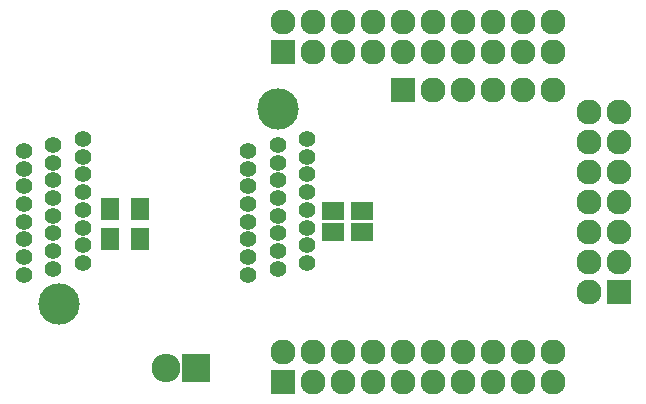
<source format=gbs>
G04 #@! TF.FileFunction,Soldermask,Bot*
%FSLAX46Y46*%
G04 Gerber Fmt 4.6, Leading zero omitted, Abs format (unit mm)*
G04 Created by KiCad (PCBNEW 4.0.6) date 08/06/17 17:06:55*
%MOMM*%
%LPD*%
G01*
G04 APERTURE LIST*
%ADD10C,0.100000*%
%ADD11C,1.400000*%
%ADD12C,3.500000*%
%ADD13R,2.127200X2.127200*%
%ADD14O,2.127200X2.127200*%
%ADD15R,2.432000X2.432000*%
%ADD16O,2.432000X2.432000*%
%ADD17R,1.650000X1.900000*%
%ADD18R,1.900000X1.650000*%
G04 APERTURE END LIST*
D10*
D11*
X140440000Y-100470000D03*
X142940000Y-99970000D03*
X145440000Y-99470000D03*
X140440000Y-98970000D03*
X142940000Y-98470000D03*
X145440000Y-97970000D03*
X140440000Y-97470000D03*
X142940000Y-96970000D03*
X145440000Y-96470000D03*
X140440000Y-95970000D03*
X142940000Y-95470000D03*
X145440000Y-94970000D03*
X140440000Y-94470000D03*
X142940000Y-93970000D03*
X145440000Y-93470000D03*
X140440000Y-92970000D03*
X142940000Y-92470000D03*
X145440000Y-91970000D03*
X140440000Y-91470000D03*
X142940000Y-90970000D03*
X145440000Y-90470000D03*
X140440000Y-89970000D03*
X142940000Y-89470000D03*
X145440000Y-88970000D03*
X126440000Y-88970000D03*
X123940000Y-89470000D03*
X121440000Y-89970000D03*
X126440000Y-90470000D03*
X123940000Y-90970000D03*
X121440000Y-91470000D03*
X126440000Y-91970000D03*
X123940000Y-92470000D03*
X121440000Y-92970000D03*
X126440000Y-93470000D03*
X123940000Y-93970000D03*
X121440000Y-94470000D03*
X126440000Y-94970000D03*
X123940000Y-95470000D03*
X121440000Y-95970000D03*
X126440000Y-96470000D03*
X123940000Y-96970000D03*
X121440000Y-97470000D03*
X126440000Y-97970000D03*
X123940000Y-98470000D03*
X121440000Y-98970000D03*
X126440000Y-99470000D03*
X123940000Y-99970000D03*
X121440000Y-100470000D03*
D12*
X124440000Y-102970000D03*
X142940000Y-86470000D03*
D13*
X143361000Y-109528000D03*
D14*
X143361000Y-106988000D03*
X145901000Y-109528000D03*
X145901000Y-106988000D03*
X148441000Y-109528000D03*
X148441000Y-106988000D03*
X150981000Y-109528000D03*
X150981000Y-106988000D03*
X153521000Y-109528000D03*
X153521000Y-106988000D03*
X156061000Y-109528000D03*
X156061000Y-106988000D03*
X158601000Y-109528000D03*
X158601000Y-106988000D03*
X161141000Y-109528000D03*
X161141000Y-106988000D03*
X163681000Y-109528000D03*
X163681000Y-106988000D03*
X166221000Y-109528000D03*
X166221000Y-106988000D03*
D13*
X171809000Y-101908000D03*
D14*
X169269000Y-101908000D03*
X171809000Y-99368000D03*
X169269000Y-99368000D03*
X171809000Y-96828000D03*
X169269000Y-96828000D03*
X171809000Y-94288000D03*
X169269000Y-94288000D03*
X171809000Y-91748000D03*
X169269000Y-91748000D03*
X171809000Y-89208000D03*
X169269000Y-89208000D03*
X171809000Y-86668000D03*
X169269000Y-86668000D03*
D13*
X153521000Y-84826500D03*
D14*
X156061000Y-84826500D03*
X158601000Y-84826500D03*
X161141000Y-84826500D03*
X163681000Y-84826500D03*
X166221000Y-84826500D03*
D13*
X143361000Y-81588000D03*
D14*
X143361000Y-79048000D03*
X145901000Y-81588000D03*
X145901000Y-79048000D03*
X148441000Y-81588000D03*
X148441000Y-79048000D03*
X150981000Y-81588000D03*
X150981000Y-79048000D03*
X153521000Y-81588000D03*
X153521000Y-79048000D03*
X156061000Y-81588000D03*
X156061000Y-79048000D03*
X158601000Y-81588000D03*
X158601000Y-79048000D03*
X161141000Y-81588000D03*
X161141000Y-79048000D03*
X163681000Y-81588000D03*
X163681000Y-79048000D03*
X166221000Y-81588000D03*
X166221000Y-79048000D03*
D15*
X135995000Y-108385000D03*
D16*
X133455000Y-108385000D03*
D17*
X128769884Y-94937460D03*
X128769884Y-97437460D03*
X131309884Y-94937460D03*
X131309884Y-97437460D03*
D18*
X147592000Y-95050000D03*
X150092000Y-95050000D03*
X147592000Y-96828000D03*
X150092000Y-96828000D03*
M02*

</source>
